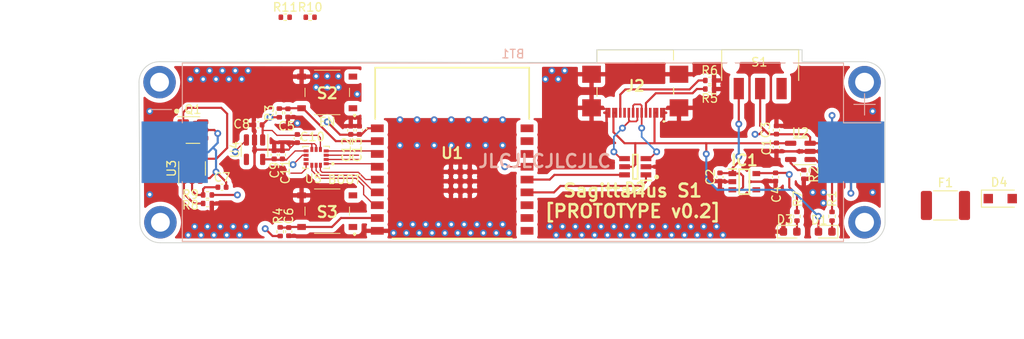
<source format=kicad_pcb>
(kicad_pcb (version 20211014) (generator pcbnew)
  (layers (0 "F.Cu" signal) (1 "In1.Cu" signal) (2 "In2.Cu" signal) (31 "B.Cu" signal) (34 "B.Paste" user) (35 "F.Paste" user) (36 "B.SilkS" user "B.Silkscreen") (37 "F.SilkS" user "F.Silkscreen") (38 "B.Mask" user) (39 "F.Mask" user) (44 "Edge.Cuts" user))
  (net 0 "")
  (net 1 "+5V")
  (net 2 "SW_P")
  (net 3 "+3.3V")
  (net 4 "EN")
  (net 5 "P+")
  (net 6 "Net-(D1-Pad1)")
  (net 7 "GPIO18")
  (net 8 "USB_DN")
  (net 9 "USB_DP")
  (net 10 "GPIO19")
  (net 12 "CC1")
  (net 14 "CC2")
  (net 16 "STAT")
  (net 17 "Net-(R2-Pad1)")
  (net 18 "Net-(BT1-Pad2)")
  (net 19 "INT1")
  (net 20 "INT2")
  (net 21 "SDO")
  (net 25 "GPIO2")
  (net 27 "Net-(D3-Pad2)")
  (net 33 "GND")
  (net 34 "Net-(C7-Pad1)")
  (net 35 "Net-(Q1-Pad1)")
  (net 36 "Net-(Q1-Pad3)")
  (net 37 "Net-(Q1-Pad4)")
  (net 38 "Net-(R8-Pad1)")
  (net 39 "+1V8")
  (net 41 "CS")
  (net 42 "SCL")
  (net 43 "SDA")
  (net 44 "unconnected-(U5-Pad2)")
  (net 45 "unconnected-(U5-Pad3)")
  (net 47 "unconnected-(U5-Pad11)")
  (net 48 "GPIO9")
  (net 50 "Net-(BT1-Pad1)")
  (footprint "Capacitor_SMD:C_0402_1005Metric" (layer "F.Cu") (at 87.25 105.1 90)
    (fp_text reference "C11")
    (fp_text value "100nF")
  )
  (footprint "LED_SMD:LED_0603_1608Metric" (layer "F.Cu") (at 146.6 114.1)
    (fp_text reference "D3")
    (fp_text value "LED")
  )
  (footprint "Resistor_SMD:R_0402_1005Metric" (layer "F.Cu") (at 86.9 100.2 90)
    (fp_text reference "R3")
    (fp_text value "5k1")
  )
  (footprint "LED_SMD:LED_0603_1608Metric" (layer "F.Cu") (at 150.7 114.1 180)
    (fp_text reference "D1")
    (fp_text value "LED")
  )
  (footprint "Resistor_SMD:R_0402_1005Metric" (layer "F.Cu") (at 90.5 89)
    (fp_text reference "R10")
    (fp_text value "5k1")
  )
  (footprint "MountingHole:MountingHole_2.2mm_M2_DIN965_Pad_TopBottom" (layer "F.Cu") (at 155.3 113)
    (fp_text reference "REF**")
    (fp_text value "MountingHole_2.2mm_M2_DIN965_Pad_TopBottom")
  )
  (footprint "Capacitor_SMD:C_0402_1005Metric" (layer "F.Cu") (at 138.4 107.7 90)
    (fp_text reference "C2")
    (fp_text value "10uF")
  )
  (footprint "MountingHole:MountingHole_2.2mm_M2_DIN965_Pad_TopBottom" (layer "F.Cu") (at 155.3 96.6)
    (fp_text reference "REF**")
    (fp_text value "MountingHole_2.2mm_M2_DIN965_Pad_TopBottom")
  )
  (footprint "Capacitor_SMD:C_0402_1005Metric" (layer "F.Cu") (at 145 102.2 -90)
    (fp_text reference "C3")
    (fp_text value "4.7uF")
  )
  (footprint "Torex:SOT95P280X130-5N" (layer "F.Cu") (at 141.25 108.25)
    (fp_text reference "IC1")
    (fp_text value "XC6220B331MR-G" hide)
  )
  (footprint "Resistor_SMD:R_0402_1005Metric" (layer "F.Cu") (at 78.5 110.8)
    (fp_text reference "R8")
    (fp_text value "2k7")
  )
  (footprint "MountingHole:MountingHole_2.2mm_M2_DIN965_Pad_TopBottom" (layer "F.Cu") (at 72.9 96.6)
    (fp_text reference "REF**")
    (fp_text value "MountingHole_2.2mm_M2_DIN965_Pad_TopBottom")
  )
  (footprint "MountingHole:MountingHole_2.2mm_M2_DIN965_Pad_TopBottom" (layer "F.Cu") (at 73 113)
    (fp_text reference "REF**")
    (fp_text value "MountingHole_2.2mm_M2_DIN965_Pad_TopBottom")
  )
  (footprint "CK:PTS526SM15SMTR2LFS" (layer "F.Cu") (at 92.5 97.8 180)
    (fp_text reference "S2")
    (fp_text value "PTS526_SM15_SMTR2_LFS" hide)
  )
  (footprint "Resistor_SMD:R_0402_1005Metric" (layer "F.Cu") (at 137.2 96.4)
    (fp_text reference "R6")
    (fp_text value "5k1")
  )
  (footprint "Resistor_SMD:R_0402_1005Metric" (layer "F.Cu") (at 147.4 112.3 -90)
    (fp_text reference "R7")
    (fp_text value "470")
  )
  (footprint "Capacitor_SMD:C_0402_1005Metric" (layer "F.Cu") (at 86.3 105.1 90)
    (fp_text reference "C9")
    (fp_text value "1uF")
  )
  (footprint "OCT:USB4110GFA" (layer "F.Cu") (at 128.5 96.5 180)
    (fp_text reference "J2")
    (fp_text value "USB4110-GF-A" hide)
  )
  (footprint "Resistor_SMD:R_0402_1005Metric" (layer "F.Cu") (at 137.2 97.4)
    (fp_text reference "R5")
    (fp_text value "5k1")
  )
  (footprint "Resistor_SMD:R_0402_1005Metric" (layer "F.Cu") (at 148.2 107.4 -90)
    (fp_text reference "R2")
    (fp_text value "2k")
  )
  (footprint "Fuse:Fuse_1812_4532Metric_Pad1.30x3.40mm_HandSolder" (layer "F.Cu") (at 164.755 111.03)
    (fp_text reference "F1")
    (fp_text value "1A")
  )
  (footprint "Capacitor_SMD:C_0402_1005Metric" (layer "F.Cu") (at 96.25 102.23 90)
    (fp_text reference "C13")
    (fp_text value "100nF")
  )
  (footprint "Package_TO_SOT_SMD:SOT-23-5" (layer "F.Cu") (at 147.8 104.7 180)
    (fp_text reference "U2")
    (fp_text value "MCP73832-2-OT")
  )
  (footprint "onsemi:SOT95P280X145-6N" (layer "F.Cu") (at 128.5 106.5 180)
    (fp_text reference "D2")
    (fp_text value "CM1231-02SO" hide)
  )
  (footprint "Resistor_SMD:R_0402_1005Metric" (layer "F.Cu") (at 78.5 109.8)
    (fp_text reference "R9")
    (fp_text value "330")
  )
  (footprint "Capacitor_SMD:C_0402_1005Metric" (layer "F.Cu") (at 95.25 102.23 90)
    (fp_text reference "C12")
    (fp_text value "10uF")
  )
  (footprint "Packages:LGA-14L 2.5 x 3.0" (layer "F.Cu") (at 91.2 105.4 180)
    (fp_text reference "U5")
    (fp_text value "LSM6DSV16X")
  )
  (footprint "Capacitor_SMD:C_0402_1005Metric" (layer "F.Cu") (at 88 114.1 -90)
    (fp_text reference "C6")
    (fp_text value "0.1uF")
  )
  (footprint "Diode_SMD:D_SOD-123F" (layer "F.Cu") (at 171.16 110.23)
    (fp_text reference "D4")
    (fp_text value "2A")
  )
  (footprint "Resistor_SMD:R_0402_1005Metric" (layer "F.Cu") (at 87 114.1 90)
    (fp_text reference "R4")
    (fp_text value "5k1")
  )
  (footprint "Capacitor_SMD:C_0402_1005Metric" (layer "F.Cu") (at 84.4 101.6 180)
    (fp_text reference "C8")
    (fp_text value "1uF")
  )
  (footprint "Espressif:ESP32C3WROOM02H4" (layer "F.Cu") (at 97.6 114.9)
    (fp_text reference "U1")
    (fp_text value "ESP32-C3-WROOM-02-H4" hide)
  )
  (footprint "CK:SW_JS102011SAQN" (layer "F.Cu") (at 143.1 94.6 180)
    (fp_text reference "S1")
    (fp_text value "JS102011SAQN")
  )
  (footprint "Capacitor_SMD:C_0402_1005Metric" (layer "F.Cu") (at 80.2 108.9)
    (fp_text reference "C7")
    (fp_text value "100nF")
  )
  (footprint "Package_TO_SOT_SMD:SOT-23-5" (layer "F.Cu") (at 76.7 106.7 90)
    (fp_text reference "U3")
    (fp_text value "AP9101CK")
  )
  (footprint "Capacitor_SMD:C_0402_1005Metric" (layer "F.Cu") (at 145 104.2 90)
    (fp_text reference "C1")
    (fp_text value "4.7uF")
  )
  (footprint "Capacitor_SMD:C_0402_1005Metric" (layer "F.Cu") (at 89 103.2 90)
    (fp_text reference "C10")
    (fp_text value "100nF")
  )
  (footprint "Capacitor_SMD:C_0402_1005Metric" (layer "F.Cu") (at 87.9 100.2 -90)
    (fp_text reference "C5")
    (fp_text value "0.1uF")
  )
  (footprint "Package_TO_SOT_SMD:SOT-23-6" (layer "F.Cu") (at 76.8 102.2)
    (fp_text reference "Q1")
    (fp_text value "DMN2053UVT-7")
  )
  (footprint "Capacitor_SMD:C_0402_1005Metric" (layer "F.Cu") (at 144.9 107.7 -90)
    (fp_text reference "C4")
    (fp_text value "10uF")
  )
  (footprint "Package_TO_SOT_SMD:SOT-23-5" (layer "F.Cu") (at 84 104.5 -90)
    (fp_text reference "U4")
    (fp_text value "MIC5504-1.8YM5")
  )
  (footprint "Resistor_SMD:R_0402_1005Metric" (layer "F.Cu") (at 151.5 112.3 90)
    (fp_text reference "R1")
    (fp_text value "470")
  )
  (footprint "CK:PTS526SM15SMTR2LFS" (layer "F.Cu") (at 92.5 111.7 180)
    (fp_text reference "S3")
    (fp_text value "PTS526_SM15_SMTR2_LFS" hide)
  )
  (footprint "Resistor_SMD:R_0402_1005Metric" (layer "F.Cu") (at 87.59 89)
    (fp_text reference "R11")
    (fp_text value "5k1")
  )
  (footprint "Battery:BatteryHolder_Keystone_1042_1x18650" (layer "B.Cu") (at 114.2 104.8 180)
    (fp_text reference "BT1")
    (fp_text value "Battery_Cell")
  )
  (gr_circle (center 74.9 100) (end 75.123607 100) (layer "F.SilkS") (width 0.15) (fill solid))
  (gr_circle (center 131 107.7) (end 131.2 107.7) (layer "F.SilkS") (width 0.15) (fill solid))
  (gr_line (start 124 92.8) (end 124 94.3) (layer "Edge.Cuts") (width 0.1))
  (gr_arc (start 73 115.4) (mid 71.302944 114.697056) (end 70.6 113) (layer "Edge.Cuts") (width 0.1))
  (gr_line (start 148 92.8) (end 148 94.2) (layer "Edge.Cuts") (width 0.1))
  (gr_line (start 124 94.3) (end 72.9 94.2) (layer "Edge.Cuts") (width 0.1))
  (gr_arc (start 157.7 113) (mid 156.997056 114.697056) (end 155.3 115.4) (layer "Edge.Cuts") (width 0.1))
  (gr_arc (start 70.5 96.6) (mid 71.202944 94.902944) (end 72.9 94.2) (layer "Edge.Cuts") (width 0.1))
  (gr_arc (start 155.3 94.2) (mid 156.997056 94.902944) (end 157.7 96.6) (layer "Edge.Cuts") (width 0.1))
  (gr_line (start 70.5 96.6) (end 70.6 113) (layer "Edge.Cuts") (width 0.1))
  (gr_line (start 155.3 115.4) (end 73 115.4) (layer "Edge.Cuts") (width 0.1))
  (gr_line (start 157.7 113) (end 157.7 96.6) (layer "Edge.Cuts") (width 0.1))
  (gr_line (start 124 92.8) (end 148 92.8) (layer "Edge.Cuts") (width 0.1))
  (gr_line (start 148 94.2) (end 155.3 94.2) (layer "Edge.Cuts") (width 0.1))
  (gr_text "JLCJLCJLCJLC" (at 117.9 105.84) (layer "B.SilkS") (effects (font (size 1.5 1.5) (thickness 0.3))))
  (gr_text "Sagittarius S1\n[PROTOTYPE v0.2]" (at 128.2 110.5) (layer "F.SilkS") (effects (font (size 1.5 1.5) (thickness 0.3))))
  (gr_text "EN" (at 92.5 101.25) (layer "F.SilkS") (effects (font (size 1 1))))
  (gr_text "BOOT" (at 94.5 108) (layer "F.SilkS") (effects (font (size 1 1))))
  (segment (start 127.25 103.75) (end 125.95 102.45) (width 0.25) (layer "F.Cu") (net 1))
  (segment (start 128.25 106.5) (end 128.5 106.25) (width 0.25) (layer "F.Cu") (net 1))
  (segment (start 136.8 105) (end 136.8 103.8) (width 0.25) (layer "F.Cu") (net 1))
  (segment (start 130.75 100.178) (end 130.75 103.75) (width 0.25) (layer "F.Cu") (net 1))
  (segment (start 127.25 106.5) (end 128.25 106.5) (width 0.25) (layer "F.Cu") (net 1))
  (segment (start 130.75 103.75) (end 128.5 103.75) (width 0.25) (layer "F.Cu") (net 1))
  (segment (start 136.75 103.75) (end 130.75 103.75) (width 0.25) (layer "F.Cu") (net 1))
  (segment (start 131.05 100.178) (end 130.75 100.178) (width 0.25) (layer "F.Cu") (net 1))
  (segment (start 146.6625 103.75) (end 136.75 103.75) (width 0.25) (layer "F.Cu") (net 1))
  (segment (start 128.5 103.75) (end 127.25 103.75) (width 0.25) (layer "F.Cu") (net 1))
  (segment (start 149.9125 112.3125) (end 149.9 112.3) (width 0.25) (layer "F.Cu") (net 1))
  (segment (start 149.9125 114.1) (end 149.9125 112.3125) (width 0.25) (layer "F.Cu") (net 1))
  (segment (start 125.95 102.45) (end 125.95 100.178) (width 0.25) (layer "F.Cu") (net 1))
  (segment (start 128.5 106.25) (end 128.5 103.75) (width 0.25) (layer "F.Cu") (net 1))
  (segment (start 126.25 100.178) (end 125.95 100.178) (width 0.25) (layer "F.Cu") (net 1))
  (segment (start 136.8 103.8) (end 136.75 103.75) (width 0.25) (layer "F.Cu") (net 1))
  (via (at 136.8 105) (size 0.8) (drill 0.4) (layers "F.Cu" "B.Cu") (net 1))
  (via (at 149.9 112.3) (size 0.8) (drill 0.4) (layers "F.Cu" "B.Cu") (net 1))
  (segment (start 136.8 107.9) (end 136.8 105) (width 0.25) (layer "B.Cu") (net 1))
  (segment (start 138.2 109.2) (end 138.1 109.2) (width 0.25) (layer "B.Cu") (net 1))
  (segment (start 146.8 109.2) (end 138.2 109.2) (width 0.25) (layer "B.Cu") (net 1))
  (segment (start 147.2 109.6) (end 146.8 109.2) (width 0.25) (layer "B.Cu") (net 1))
  (segment (start 138.1 109.2) (end 136.8 107.9) (width 0.25) (layer "B.Cu") (net 1))
  (segment (start 149.9 112.3) (end 147.2 109.6) (width 0.25) (layer "B.Cu") (net 1))
  (segment (start 140.6 105.3) (end 140.6 105.9) (width 0.25) (layer "F.Cu") (net 2))
  (segment (start 139.85 107.3) (end 140.8 107.3) (width 0.25) (layer "F.Cu") (net 2))
  (segment (start 141.1 107.6) (end 141.1 108.9) (width 0.25) (layer "F.Cu") (net 2))
  (segment (start 140.6 105.9) (end 139.9 106.6) (width 0.25) (layer "F.Cu") (net 2))
  (segment (start 138.47 107.25) (end 138.4 107.18) (width 0.25) (layer "F.Cu") (net 2))
  (segment (start 139.9 106.6) (end 139.9 107.25) (width 0.25) (layer "F.Cu") (net 2))
  (segment (start 139.9 107.25) (end 138.47 107.25) (width 0.25) (layer "F.Cu") (net 2))
  (segment (start 140.8 109.2) (end 139.85 109.2) (width 0.25) (layer "F.Cu") (net 2))
  (segment (start 141.1 108.9) (end 140.8 109.2) (width 0.25) (layer "F.Cu") (net 2))
  (segment (start 140.6 97.35) (end 140.6 101.5) (width 0.25) (layer "F.Cu") (net 2))
  (segment (start 140.8 107.3) (end 141.1 107.6) (width 0.25) (layer "F.Cu") (net 2))
  (via (at 140.6 105.3) (size 0.8) (drill 0.4) (layers "F.Cu" "B.Cu") (net 2))
  (via (at 140.6 101.5) (size 0.8) (drill 0.4) (layers "F.Cu" "B.Cu") (net 2))
  (segment (start 140.6 101.5) (end 140.6 105.3) (width 0.25) (layer "B.Cu") (net 2))
  (segment (start 144.9 107.22) (end 146.32 107.22) (width 0.25) (layer "F.Cu") (net 3))
  (segment (start 96.475 102.75) (end 97.225 102) (width 0.25) (layer "F.Cu") (net 3))
  (segment (start 86.05 102.25) (end 84.95 102.25) (width 0.15) (layer "F.Cu") (net 3))
  (segment (start 144.87 107.25) (end 144.9 107.22) (width 0.25) (layer "F.Cu") (net 3))
  (segment (start 86.62 102.82) (end 86.05 102.25) (width 0.15) (layer "F.Cu") (net 3))
  (segment (start 85.81 100.71) (end 85.8 100.7) (width 0.25) (layer "F.Cu") (net 3))
  (segment (start 84.95 102.7625) (end 84.95 102.25) (width 0.25) (layer "F.Cu") (net 3))
  (segment (start 86.11 114.61) (end 85.25 113.75) (width 0.25) (layer "F.Cu") (net 3))
  (segment (start 91.7 104.475) (end 91.7 103.1) (width 0.15) (layer "F.Cu") (net 3))
  (segment (start 142.7 107.25) (end 144.87 107.25) (width 0.25) (layer "F.Cu") (net 3))
  (segment (start 147.4 109.8) (end 146.5 108.9) (width 0.25) (layer "F.Cu") (net 3))
  (segment (start 91.7 103.1) (end 91.42 102.82) (width 0.15) (layer "F.Cu") (net 3))
  (segment (start 91.42 102.82) (end 86.62 102.82) (width 0.15) (layer "F.Cu") (net 3))
  (segment (start 97.225 102) (end 98.35 102) (width 0.25) (layer "F.Cu") (net 3))
  (segment (start 84.95 102.25) (end 84.95 101.55) (width 0.25) (layer "F.Cu") (net 3))
  (segment (start 86.9 100.71) (end 85.81 100.71) (width 0.25) (layer "F.Cu") (net 3))
  (segment (start 87 114.61) (end 86.11 114.61) (width 0.25) (layer "F.Cu") (net 3))
  (segment (start 92.5 101.25) (end 94 102.75) (width 0.25) (layer "F.Cu") (net 3))
  (segment (start 94 102.75) (end 96.475 102.75) (width 0.25) (layer "F.Cu") (net 3))
  (segment (start 84.95 101.55) (end 85.8 100.7) (width 0.25) (layer "F.Cu") (net 3))
  (segment (start 147.4 111.79) (end 147.4 109.8) (width 0.25) (layer "F.Cu") (net 3))
  (segment (start 146.5 108.9) (end 146.5 107.4) (width 0.25) (layer "F.Cu") (net 3))
  (segment (start 146.32 107.22) (end 146.5 107.4) (width 0.25) (layer "F.Cu") (net 3))
  (via (at 92.5 101.25) (size 0.8) (drill 0.4) (layers "F.Cu" "B.Cu") (net 3))
  (via (at 85.25 113.75) (size 0.8) (drill 0.4) (layers "F.Cu" "B.Cu") (net 3))
  (via (at 85.8 100.7) (size 0.8) (drill 0.4) (layers "F.Cu" "B.Cu") (net 3))
  (via (at 146.5 107.4) (size 0.8) (drill 0.4) (layers "F.Cu" "B.Cu") (net 3))
  (segment (start 86.9 99.69) (end 87.87 99.69) (width 0.25) (layer "F.Cu") (net 4))
  (segment (start 89.65 99.65) (end 93.5 103.5) (width 0.25) (layer "F.Cu") (net 4))
  (segment (start 89.5 99.65) (end 87.97 99.65) (width 0.25) (layer "F.Cu") (net 4))
  (segment (start 87.97 99.65) (end 87.9 99.72) (width 0.25) (layer "F.Cu") (net 4))
  (segment (start 89.5 99.65) (end 89.65 99.65) (width 0.25) (layer "F.Cu") (net 4))
  (segment (start 93.5 103.5) (end 98.35 103.5) (width 0.25) (layer "F.Cu") (net 4))
  (segment (start 87.87 99.69) (end 87.9 99.72) (width 0.25) (layer "F.Cu") (net 4))
  (segment (start 143.1 97.35) (end 143.1 101.7) (width 0.25) (layer "F.Cu") (net 5))
  (segment (start 143.1 101.7) (end 143.55 102.15) (width 0.25) (layer "F.Cu") (net 5))
  (segment (start 143.55 102.15) (end 143 102.7) (width 0.25) (layer "F.Cu") (net 5))
  (segment (start 148.9375 103.0375) (end 148.9375 103.75) (width 0.25) (layer "F.Cu") (net 5))
  (segment (start 82 109.8) (end 79.01 109.8) (width 0.25) (layer "F.Cu") (net 5))
  (segment (start 148.6 102.7) (end 148.9375 103.0375) (width 0.25) (layer "F.Cu") (net 5))
  (segment (start 143.55 102.15) (end 144.1 102.7) (width 0.25) (layer "F.Cu") (net 5))
  (segment (start 151.5 104.6) (end 153.7 106.8) (width 0.25) (layer "F.Cu") (net 5))
  (segment (start 151.5 102.6) (end 151.5 100.5) (width 0.25) (layer "F.Cu") (net 5))
  (segment (start 148.9375 103.75) (end 150.65 103.75) (width 0.25) (layer "F.Cu") (net 5))
  (segment (start 144.1 102.7) (end 148.6 102.7) (width 0.25) (layer "F.Cu") (net 5))
  (segment (start 143 102.7) (end 142.5 102.7) (width 0.25) (layer "F.Cu") (net 5))
  (segment (start 151.2 102.9) (end 151.5 102.6) (width 0.25) (layer "F.Cu") (net 5))
  (segment (start 148.9375 103.75) (end 150.35 103.75) (width 0.25) (layer "F.Cu") (net 5))
  (segment (start 150.35 103.75) (end 151.2 102.9) (width 0.25) (layer "F.Cu") (net 5))
  (segment (start 153.7 106.8) (end 153.7 109.6) (width 0.25) (layer "F.Cu") (net 5))
  (segment (start 150.65 103.75) (end 151.5 104.6) (width 0.25) (layer "F.Cu") (net 5))
  (via (at 151.5 100.5) (size 0.8) (drill 0.4) (layers "F.Cu" "B.Cu") (net 5))
  (via (at 82 109.8) (size 0.8) (drill 0.4) (layers "F.Cu" "B.Cu") (net 5))
  (via (at 142.5 102.7) (size 0.8) (drill 0.4) (layers "F.Cu" "B.Cu") (net 5))
  (via (at 153.7 109.6) (size 0.8) (drill 0.4) (layers "F.Cu" "B.Cu") (net 5))
  (segment (start 151.5 102.57) (end 153.73 104.8) (width 0.25) (layer "B.Cu") (net 5))
  (segment (start 151.5 100.5) (end 151.5 102.57) (width 0.25) (layer "B.Cu") (net 5))
  (segment (start 153.73 109.57) (end 153.73 104.8) (width 0.25) (layer "B.Cu") (net 5))
  (segment (start 153.7 109.6) (end 153.73 109.57) (width 0.25) (layer "B.Cu") (net 5))
  (segment (start 151.5 112.81) (end 151.5 114.0875) (width 0.25) (layer "F.Cu") (net 6))
  (segment (start 151.5 114.0875) (end 151.4875 114.1) (width 0.25) (layer "F.Cu") (net 6))
  (segment (start 119 109.5) (end 115.85 109.5) (width 0.25) (layer "F.Cu") (net 7))
  (segment (start 129.25 108.75) (end 119.75 108.75) (width 0.25) (layer "F.Cu") (net 7))
  (segment (start 129.75 107.45) (end 129.75 108.25) (width 0.25) (layer "F.Cu") (net 7))
  (segment (start 119.75 108.75) (end 119 109.5) (width 0.25) (layer "F.Cu") (net 7))
  (segment (start 129.75 108.25) (end 129.25 108.75) (width 0.25) (layer "F.Cu") (net 7))
  (segment (start 130.2 105.55) (end 131 104.75) (width 0.2) (layer "F.Cu") (net 8))
  (segment (start 129.1 99.2) (end 128.4 99.2) (width 0.2) (layer "F.Cu") (net 8))
  (segment (start 128.25 99.35) (end 128.25 100.178) (width 0.2) (layer "F.Cu") (net 8))
  (segment (start 129.25 101.9755) (end 129.25 100.178) (width 0.2) (layer "F.Cu") (net 8))
  (segment (start 128.4 99.2) (end 128.25 99.35) (width 0.2) (layer "F.Cu") (net 8))
  (segment (start 129.25 99.35) (end 129.1 99.2) (width 0.2) (layer "F.Cu") (net 8))
  (segment (start 129.75 105.55) (end 130.2 105.55) (width 0.2) (layer "F.Cu") (net 8))
  (segment (start 129.25 100.178) (end 129.25 99.35) (width 0.2) (layer "F.Cu") (net 8))
  (via (at 131 104.75) (size 0.8) (drill 0.4) (layers "F.Cu" "B.Cu") (net 8))
  (via (at 129.25 101.9755) (size 0.8) (drill 0.4) (layers "F.Cu" "B.Cu") (net 8))
  (segment (start 131 104.75) (end 129.25 103) (width 0.2) (layer "B.Cu") (net 8))
  (segment (start 129.25 103) (end 129.25 101.9755) (width 0.2) (layer "B.Cu") (net 8))
  (segment (start 128.75 101.05) (end 128.75 100.178) (width 0.2) (layer "F.Cu") (net 9))
  (segment (start 127.75 100.178) (end 127.75 101.05) (width 0.2) (layer "F.Cu") (net 9))
  (segment (start 127.75 101.05) (end 127.85 101.15) (width 0.2) (layer "F.Cu") (net 9))
  (segment (start 127.9 101.2) (end 128.6 101.2) (width 0.2) (layer "F.Cu") (net 9))
  (segment (start 127 101.9755) (end 127.8255 101.15) (width 0.2) (layer "F.Cu") (net 9))
  (segment (start 128.6 101.2) (end 128.75 101.05) (width 0.2) (layer "F.Cu") (net 9))
  (segment (start 127.8255 101.15) (end 127.85 101.15) (width 0.2) (layer "F.Cu") (net 9))
  (segment (start 126.8 105.55) (end 126 104.75) (width 0.2) (layer "F.Cu") (net 9))
  (segment (start 127.85 101.15) (end 127.9 101.2) (width 0.2) (layer "F.Cu") (net 9))
  (segment (start 127.25 105.55) (end 126.8 105.55) (width 0.2) (layer "F.Cu") (net 9))
  (via (at 127 101.9755) (size 0.8) (drill 0.4) (layers "F.Cu" "B.Cu") (net 9))
  (via (at 126 104.75) (size 0.8) (drill 0.4) (layers "F.Cu" "B.Cu") (net 9))
  (segment (start 126 104.75) (end 126 102.9755) (width 0.2) (layer "B.Cu") (net 9))
  (segment (start 126 102.9755) (end 127 101.9755) (width 0.2) (layer "B.Cu") (net 9))
  (segment (start 118.5 108) (end 115.85 108) (width 0.25) (layer "F.Cu") (net 10))
  (segment (start 127.25 107.45) (end 119.05 107.45) (width 0.25) (layer "F.Cu") (net 10))
  (segment (start 119.05 107.45) (end 118.5 108) (width 0.25) (layer "F.Cu") (net 10))
  (segment (start 129.75 99.05) (end 130.9 97.9) (width 0.25) (layer "F.Cu") (net 12))
  (segment (start 135.2 97.9) (end 135.7 97.4) (width 0.25) (layer "F.Cu") (net 12))
  (segment (start 135.7 97.4) (end 136.69 97.4) (width 0.25) (layer "F.Cu") (net 12))
  (segment (start 130.9 97.9) (end 135.2 97.9) (width 0.25) (layer "F.Cu") (net 12))
  (segment (start 129.75 100.178) (end 129.75 99.05) (width 0.25) (layer "F.Cu") (net 12))
  (segment (start 127.35 97.45) (end 134.85 97.45) (width 0.25) (layer "F.Cu") (net 14))
  (segment (start 126.75 100.178) (end 126.75 98.05) (width 0.25) (layer "F.Cu") (net 14))
  (segment (start 126.75 98.05) (end 127.35 97.45) (width 0.25) (layer "F.Cu") (net 14))
  (segment (start 134.85 97.45) (end 135.9 96.4) (width 0.25) (layer "F.Cu") (net 14))
  (segment (start 135.9 96.4) (end 136.69 96.4) (width 0.25) (layer "F.Cu") (net 14))
  (segment (start 149.55 105.65) (end 151.5 107.6) (width 0.25) (layer "F.Cu") (net 16))
  (segment (start 148.9375 105.65) (end 149.55 105.65) (width 0.25) (layer "F.Cu") (net 16))
  (segment (start 151.5 107.6) (end 151.5 111.79) (width 0.25) (layer "F.Cu") (net 16))
  (segment (start 146.6625 105.65) (end 146.6625 106.0625) (width 0.25) (layer "F.Cu") (net 17))
  (segment (start 146.6625 106.0625) (end 147.49 106.89) (width 0.25) (layer "F.Cu") (net 17))
  (segment (start 147.49 106.89) (end 148.2 106.89) (width 0.25) (layer "F.Cu") (net 17))
  (segment (start 77.9375 102.2) (end 79.3 102.2) (width 0.25) (layer "F.Cu") (net 18))
  (segment (start 78.7625 107.8375) (end 79.5 107.1) (width 0.25) (layer "F.Cu") (net 18))
  (segment (start 77.65 107.8375) (end 78.7625 107.8375) (width 0.25) (layer "F.Cu") (net 18))
  (segment (start 79.3 102.2) (end 79.7 102.6) (width 0.25) (layer "F.Cu") (net 18))
  (segment (start 80.68 108.9) (end 80.68 108.28) (width 0.25) (layer "F.Cu") (net 18))
  (segment (start 80.68 108.28) (end 79.5 107.1) (width 0.25) (layer "F.Cu") (net 18))
  (via (at 79.5 107.1) (size 0.8) (drill 0.4) (layers "F.Cu" "B.Cu") (net 18))
  (via (at 79.7 102.6) (size 0.8) (drill 0.4) (layers "F.Cu" "B.Cu") (net 18))
  (segment (start 79.7 102.6) (end 79.7 103.7) (width 0.25) (layer "B.Cu") (net 18))
  (segment (start 79.5 104.6) (end 79.15 104.25) (width 0.25) (layer "B.Cu") (net 18))
  (segment (start 78.6 104.8) (end 74.87 104.8) (width 0.25) (layer "B.Cu") (net 18))
  (segment (start 79.15 104.25) (end 78.6 104.8) (width 0.25) (layer "B.Cu") (net 18))
  (segment (start 79.7 103.7) (end 79.15 104.25) (width 0.25) (layer "B.Cu") (net 18))
  (segment (start 79.5 107.1) (end 79.5 104.6) (width 0.25) (layer "B.Cu") (net 18))
  (segment (start 98 104.65) (end 98.35 105) (width 0.15) (layer "F.Cu") (net 19))
  (segment (start 92.375 104.65) (end 98 104.65) (width 0.15) (layer "F.Cu") (net 19))
  (segment (start 113.25 106.5) (end 115.85 106.5) (width 0.15) (layer "F.Cu") (net 20))
  (segment (start 89.6 105.15) (end 88.5 106.25) (width 0.15) (layer "F.Cu") (net 20))
  (segment (start 90.025 105.15) (end 89.6 105.15) (width 0.15) (layer "F.Cu") (net 20))
  (via (at 113.25 106.5) (size 0.8) (drill 0.4) (layers "F.Cu" "B.Cu") (net 20))
  (via (at 88.5 106.25) (size 0.8) (drill 0.4) (layers "F.Cu" "B.Cu") (net 20))
  (segment (start 92.375 106.15) (end 98 106.15) (width 0.15) (layer "F.Cu") (net 21))
  (segment (start 98 106.15) (end 98.35 106.5) (width 0.15) (layer "F.Cu") (net 21))
  (segment (start 83.05 103.3625) (end 81.75 104.6625) (width 0.15) (layer "F.Cu") (net 25))
  (segment (start 81.75 104.6625) (end 81.75 104.75) (width 0.15) (layer "F.Cu") (net 25))
  (via (at 81.75 104.75) (size 0.8) (drill 0.4) (layers "F.Cu" "B.Cu") (net 25))
  (segment (start 147.4 112.81) (end 147.4 114.0875) (width 0.25) (layer "F.Cu") (net 27))
  (segment (start 147.4 114.0875) (end 147.3875 114.1) (width 0.25) (layer "F.Cu") (net 27))
  (segment (start 88 104.5) (end 84.2 104.5) (width 0.25) (layer "F.Cu") (net 33))
  (segment (start 91.2 104) (end 91.2 104.475) (width 0.15) (layer "F.Cu") (net 33))
  (segment (start 88.7 103.8) (end 90.6 103.8) (width 0.15) (layer "F.Cu") (net 33))
  (segment (start 88 104.5) (end 88.7 103.8) (width 0.15) (layer "F.Cu") (net 33))
  (segment (start 90.7 104.475) (end 90.7 103.9) (width 0.15) (layer "F.Cu") (net 33))
  (segment (start 90.6 103.8) (end 91 103.8) (width 0.15) (layer "F.Cu") (net 33))
  (segment (start 91 103.8) (end 91.2 104) (width 0.15) (layer "F.Cu") (net 33))
  (segment (start 90.7 103.9) (end 90.6 103.8) (width 0.15) (layer "F.Cu") (net 33))
  (via (at 150.5 109.5) (size 0.8) (drill 0.4) (layers "F.Cu" "B.Cu") (net 33))
  (via (at 156.25 100) (size 0.8) (drill 0.4) (layers "F.Cu" "B.Cu") (net 33))
  (via (at 78.5 113.5) (size 0.8) (drill 0.4) (layers "F.Cu" "B.Cu") (net 33))
  (via (at 109 101) (size 0.8) (drill 0.4) (layers "F.Cu" "B.Cu") (net 33))
  (via (at 105.5 113.25) (size 0.8) (drill 0.4) (layers "F.Cu" "B.Cu") (net 33))
  (via (at 102.5 113.25) (size 0.8) (drill 0.4) (layers "F.Cu" "B.Cu") (net 33))
  (via (at 119.25 114.5) (size 0.8) (drill 0.4) (layers "F.Cu" "B.Cu") (net 33))
  (via (at 124.5 113.5) (size 0.8) (drill 0.4) (layers "F.Cu" "B.Cu") (net 33))
  (via (at 156.25 109.5) (size 0.8) (drill 0.4) (layers "F.Cu" "B.Cu") (net 33))
  (via (at 105 104) (size 0.8) (drill 0.4) (layers "F.Cu" "B.Cu") (net 33))
  (via (at 109.25 114.25) (size 0.8) (drill 0.4) (layers "F.Cu" "B.Cu") (net 33))
  (via (at 107 113.25) (size 0.8) (drill 0.4) (layers "F.Cu" "B.Cu") (net 33))
  (via (at 120.75 114.5) (size 0.8) (drill 0.4) (layers "F.Cu" "B.Cu") (net 33))
  (via (at 126 113.5) (size 0.8) (drill 0.4) (layers "F.Cu" "B.Cu") (net 33))
  (via (at 82.5 96.25) (size 0.8) (drill 0.4) (layers "F.Cu" "B.Cu") (net 33))
  (via (at 103 104) (size 0.8) (drill 0.4) (layers "F.Cu" "B.Cu") (net 33))
  (via (at 120.25 95.25) (size 0.8) (drill 0.4) (layers "F.Cu" "B.Cu") (net 33))
  (via (at 113.75 114.25) (size 0.8) (drill 0.4) (layers "F.Cu" "B.Cu") (net 33))
  (via (at 103 101) (size 0.8) (drill 0.4) (layers "F.Cu" "B.Cu") (net 33))
  (via (at 101.75 114.25) (size 0.8) (drill 0.4) (layers "F.Cu" "B.Cu") (net 33))
  (via (at 111 104) (size 0.8) (drill 0.4) (layers "F.Cu" "B.Cu") (net 33))
  (via (at 111 101) (size 0.8) (drill 0.4) (layers "F.Cu" "B.Cu") (net 33))
  (via (at 118 96.25) (size 0.8) (drill 0.4) (layers "F.Cu" "B.Cu") (net 33))
  (via (at 150.5 110.75) (size 0.8) (drill 0.4) (layers "F.Cu" "B.Cu") (net 33))
  (via (at 92.5 97.2) (size 0.8) (drill 0.4) (layers "F.Cu" "B.Cu") (net 33))
  (via (at 109 104) (size 0.8) (drill 0.4) (layers "F.Cu" "B.Cu") (net 33))
  (via (at 118.5 113.5) (size 0.8) (drill 0.4) (layers "F.Cu" "B.Cu") (net 33))
  (via (at 128.25 114.5) (size 0.8) (drill 0.4) (layers "F.Cu" "B.Cu") (net 33))
  (via (at 103.25 114.25) (size 0.8) (drill 0.4) (layers "F.Cu" "B.Cu") (net 33))
  (via (at 149.25 109.5) (size 0.8) (drill 0.4) (layers "F.Cu" "B.Cu") (net 33))
  (via (at 91.2 97.2) (size 0.8) (drill 0.4) (layers "F.Cu" "B.Cu") (net 33))
  (via (at 101 101) (size 0.8) (drill 0.4) (layers "F.Cu" "B.Cu") (net 33))
  (via (at 101 104) (size 0.8) (drill 0.4) (layers "F.Cu" "B.Cu") (net 33))
  (via (at 123.75 114.5) (size 0.8) (drill 0.4) (layers "F.Cu" "B.Cu") (net 33))
  (via (at 122.25 114.5) (size 0.8) (drill 0.4) (layers "F.Cu" "B.Cu") (net 33))
  (via (at 113 104) (size 0.8) (drill 0.4) (layers "F.Cu" "B.Cu") (net 33))
  (via (at 138.75 114.5) (size 0.8) (drill 0.4) (layers "F.Cu" "B.Cu") (net 33))
  (via (at 118.75 95.25) (size 0.8) (drill 0.4) (layers "F.Cu" "B.Cu") (net 33))
  (via (at 100.25 114.25) (size 0.8) (drill 0.4) (layers "F.Cu" "B.Cu") (net 33))
  (via (at 111.5 113.25) (size 0.8) (drill 0.4) (layers "F.Cu" "B.Cu") (net 33))
  (via (at 107 104) (size 0.8) (drill 0.4) (layers "F.Cu" "B.Cu") (net 33))
  (via (at 83.25 95.25) (size 0.8) (drill 0.4) (layers "F.Cu" "B.Cu") (net 33))
  (via (at 82.25 114.5) (size 0.8) (drill 0.4) (layers "F.Cu" "B.Cu") (net 33))
  (via (at 113 101) (size 0.8) (drill 0.4) (layers "F.Cu" "B.Cu") (net 33))
  (via (at 132 113.5) (size 0.8) (drill 0.4) (layers "F.Cu" "B.Cu") (net 33))
  (via (at 135 113.5) (size 0.8) (drill 0.4) (layers "F.Cu" "B.Cu") (net 33))
  (via (at 77.25 95.25) (size 0.8) (drill 0.4) (layers "F.Cu" "B.Cu") (net 33))
  (via (at 132.75 114.5) (size 0.8) (drill 0.4) (layers "F.Cu" "B.Cu") (net 33))
  (via (at 138 113.5) (size 0.8) (drill 0.4) (layers "F.Cu" "B.Cu") (net 33))
  (via (at 108.5 113.25) (size 0.8) (drill 0.4) (layers "F.Cu" "B.Cu") (net 33))
  (via (at 125.25 114.5) (size 0.8) (drill 0.4) (layers "F.Cu" "B.Cu") (net 33))
  (via (at 79.5 96.25) (size 0.8) (drill 0.4) (layers "F.Cu" "B.Cu") (net 33))
  (via (at 104 113.25) (size 0.8) (drill 0.4) (layers "F.Cu" "B.Cu") (net 33))
  (via (at 81.75 95.25) (size 0.8) (drill 0.4) (layers "F.Cu" "B.Cu") (net 33))
  (via (at 123 113.5) (size 0.8) (drill 0.4) (layers "F.Cu" "B.Cu") (net 33))
  (via (at 133.5 113.5) (size 0.8) (drill 0.4) (layers "F.Cu" "B.Cu") (net 33))
  (via (at 110 113.25) (size 0.8) (drill 0.4) (layers "F.Cu" "B.Cu") (net 33))
  (via (at 121.5 113.5) (size 0.8) (drill 0.4) (layers "F.Cu" "B.Cu") (net 33))
  (via (at 77.75 114.5) (size 0.8) (drill 0.4) (layers "F.Cu" "B.Cu") (net 33))
  (via (at 119.5 96.25) (size 0.8) (drill 0.4) (layers "F.Cu" "B.Cu") (net 33))
  (via (at 110.75 114.25) (size 0.8) (drill 0.4) (layers "F.Cu" "B.Cu") (net 33))
  (via (at 106.25 114.25) (size 0.8) (drill 0.4) (layers "F.Cu" "B.Cu") (net 33))
  (via (at 129 113.5) (size 0.8) (drill 0.4) (layers "F.Cu" "B.Cu") (net 33))
  (via (at 126.75 114.5) (size 0.8) (drill 0.4) (layers "F.Cu" "B.Cu") (net 33))
  (via (at 78.75 95.25) (size 0.8) (drill 0.4) (layers "F.Cu" "B.Cu") (net 33))
  (via (at 71.75 100) (size 0.8) (drill 0.4) (layers "F.Cu" "B.Cu") (net 33))
  (via (at 80.75 114.5) (size 0.8) (drill 0.4) (layers "F.Cu" "B.Cu") (net 33))
  (via (at 93.8 97.2) (size 0.8) (drill 0.4) (layers "F.Cu" "B.Cu") (net 33))
  (via (at 80.25 95.25) (size 0.8) (drill 0.4) (layers "F.Cu" "B.Cu") (net 33))
  (via (at 104.75 114.25) (size 0.8) (drill 0.4) (layers "F.Cu" "B.Cu") (net 33))
  (via (at 83 113.5) (size 0.8) (drill 0.4) (layers "F.Cu" "B.Cu") (net 33))
  (via (at 137.25 114.5) (size 0.8) (drill 0.4) (layers "F.Cu" "B.Cu") (net 33))
  (via (at 96 98) (size 0.8) (drill 0.4) (layers "F.Cu" "B.Cu") (net 33))
  (via (at 107 101) (size 0.8) (drill 0.4) (layers "F.Cu" "B.Cu") (net 33))
  (via (at 71.75 109.75) (size 0.8) (drill 0.4) (layers "F.Cu" "B.Cu") (net 33))
  (via (at 78 96.25) (size 0.8) (drill 0.4) (layers "F.Cu" "B.Cu") (net 33))
  (via (at 136.5 113.5) (size 0.8) (drill 0.4) (layers "F.Cu" "B.Cu") (net 33))
  (via (at 81.5 113.5) (size 0.8) (drill 0.4) (layers "F.Cu" "B.Cu") (net 33))
  (via (at 130.5 113.5) (size 0.8) (drill 0.4) (layers "F.Cu" "B.Cu") (net 33))
  (via (at 89 101.4) (size 0.8) (drill 0.4) (layers "F.Cu" "B.Cu") (net 33))
  (via (at 93.8 95.9) (size 0.8) (drill 0.4) (layers "F.Cu" "B.Cu") (net 33))
  (via (at 120 113.5) (size 0.8) (drill 0.4) (layers "F.Cu" "B.Cu") (net 33))
  (via (at 134.25 114.5) (size 0.8) (drill 0.4) (layers "F.Cu" "B.Cu") (net 33))
  (via (at 92.5 95.9) (size 0.8) (drill 0.4) (layers "F.Cu" "B.Cu") (net 33))
  (via (at 91.2 95.9) (size 0.8) (drill 0.4) (layers "F.Cu" "B.Cu") (net 33))
  (via (at 80 113.5) (size 0.8) (drill 0.4) (layers "F.Cu" "B.Cu") (net 33))
  (via (at 127.5 113.5) (size 0.8) (drill 0.4) (layers "F.Cu" "B.Cu") (net 33))
  (via (at 135.75 114.5) (size 0.8) (drill 0.4) (layers "F.Cu" "B.Cu") (net 33))
  (via (at 113 113.25) (size 0.8) (drill 0.4) (layers "F.Cu" "B.Cu") (net 33))
  (via (at 112.25 114.25) (size 0.8) (drill 0.4) (layers "F.Cu" "B.Cu") (net 33))
  (via (at 79.25 114.5) (size 0.8) (drill 0.4) (layers "F.Cu" "B.Cu") (net 33))
  (via (at 129.75 114.5) (size 0.8) (drill 0.4) (layers "F.Cu" "B.Cu") (net 33))
  (via (at 107.75 114.25) (size 0.8) (drill 0.4) (layers "F.Cu" "B.Cu") (net 33))
  (via (at 101 113.25) (size 0.8) (drill 0.4) (layers "F.Cu" "B.Cu") (net 33))
  (via (at 76.25 114.5) (size 0.8) (drill 0.4) (layers "F.Cu" "B.Cu") (net 33))
  (via (at 81 96.25) (size 0.8) (drill 0.4) (layers "F.Cu" "B.Cu") (net 33))
  (via (at 76.5 96.25) (size 0.8) (drill 0.4) (layers "F.Cu" "B.Cu") (net 33))
  (via (at 105 101) (size 0.8) (drill 0.4) (layers "F.Cu" "B.Cu") (net 33))
  (via (at 131.25 114.5) (size 0.8) (drill 0.4) (layers "F.Cu" "B.Cu") (net 33))
  (via (at 77 113.5) (size 0.8) (drill 0.4) (layers "F.Cu" "B.Cu") (net 33))
  (segment (start 78.2 108.9) (end 79.72 108.9) (width 0.25) (layer "F.Cu") (net 34))
  (segment (start 77.99 109.11) (end 78.2 108.9) (width 0.25) (layer "F.Cu") (net 34))
  (segment (start 76.7 109.3) (end 77.2 109.8) (width 0.25) (layer "F.Cu") (net 34))
  (segment (start 76.7 107.8375) (end 76.7 109.3) (width 0.25) (layer "F.Cu") (net 34))
  (segment (start 77.2 109.8) (end 77.99 109.8) (width 0.25) (layer "F.Cu") (net 34))
  (segment (start 77.99 109.8) (end 77.99 109.11) (width 0.25) (layer "F.Cu") (net 34))
  (segment (start 77.65 105.5625) (end 79.5375 105.5625) (width 0.25) (layer "F.Cu") (net 35))
  (segment (start 80.8 100.3) (end 80.1 99.6) (width 0.25) (layer "F.Cu") (net 35))
  (segment (start 80.8 104.3) (end 80.8 100.3) (width 0.25) (layer "F.Cu") (net 35))
  (segment (start 76.2 99.6) (end 75.6625 100.1375) (width 0.25) (layer "F.Cu") (net 35))
  (segment (start 79.5375 105.5625) (end 80.8 104.3) (width 0.25) (layer "F.Cu") (net 35))
  (segment (start 75.6625 100.1375) (end 75.6625 101.25) (width 0.25) (layer "F.Cu") (net 35))
  (segment (start 80.1 99.6) (end 76.2 99.6) (width 0.25) (layer "F.Cu") (net 35))
  (segment (start 75.75 103.2375) (end 75.6625 103.15) (width 0.25) (layer "F.Cu") (net 36))
  (segment (start 75.75 105.5625) (end 75.75 103.2375) (width 0.25) (layer "F.Cu") (net 36))
  (segment (start 77.9375 101.25) (end 76.95 101.25) (width 0.25) (layer "F.Cu") (net 37))
  (segment (start 76.95 103.15) (end 77.9375 103.15) (width 0.25) (layer "F.Cu") (net 37))
  (segment (start 76.8 103) (end 76.95 103.15) (width 0.25) (layer "F.Cu") (net 37))
  (segment (start 76.95 101.25) (end 76.8 101.4) (width 0.25) (layer "F.Cu") (net 37))
  (segment (start 76.8 101.4) (end 76.8 103) (width 0.25) (layer "F.Cu") (net 37))
  (segment (start 75.75 109.65) (end 76.9 110.8) (width 0.25) (layer "F.Cu") (net 38))
  (segment (start 75.75 107.8375) (end 75.75 109.65) (width 0.25) (layer "F.Cu") (net 38))
  (segment (start 76.9 110.8) (end 77.99 110.8) (width 0.25) (layer "F.Cu") (net 38))
  (segment (start 87.72 105.68) (end 88.75 104.65) (width 0.15) (layer "F.Cu") (net 39))
  (segment (start 87.3 105.68) (end 87.72 105.68) (width 0.25) (layer "F.Cu") (net 39))
  (segment (start 86.3 105.68) (end 87.3 105.68) (width 0.25) (layer "F.Cu") (net 39))
  (segment (start 84.95 105.6375) (end 86.2575 105.6375) (width 0.25) (layer "F.Cu") (net 39))
  (segment (start 88.75 104.65) (end 90.025 104.65) (width 0.15) (layer "F.Cu") (net 39))
  (segment (start 91.6 107.85) (end 90.7 106.95) (width 0.15) (layer "F.Cu") (net 41))
  (segment (start 96.75 108.75) (end 95.85 107.85) (width 0.15) (layer "F.Cu") (net 41))
  (segment (start 98 111) (end 96.75 109.75) (width 0.15) (layer "F.Cu") (net 41))
  (segment (start 98.35 111) (end 98 111) (width 0.15) (layer "F.Cu") (net 41))
  (segment (start 95.85 107.85) (end 91.6 107.85) (width 0.15) (layer "F.Cu") (net 41))
  (segment (start 90.7 106.95) (end 90.7 106.325) (width 0.15) (layer "F.Cu") (net 41))
  (segment (start 96.75 109.75) (end 96.75 108.75) (width 0.15) (layer "F.Cu") (net 41))
  (segment (start 98.35 109.5) (end 97.994974 109.5) (width 0.15) (layer "F.Cu") (net 42))
  (segment (start 91.2 106.95) (end 91.2 106.325) (width 0.15) (layer "F.Cu") (net 42))
  (segment (start 91.75 107.5) (end 91.2 106.95) (width 0.15) (layer "F.Cu") (net 42))
  (segment (start 97.994974 109.5) (end 95.994974 107.5) (width 0.15) (layer "F.Cu") (net 42))
  (segment (start 95.994974 107.5) (end 91.75 107.5) (width 0.15) (layer "F.Cu") (net 42))
  (segment (start 98.35 108) (end 96.989948 108) (width 0.15) (layer "F.Cu") (net 43))
  (segment (start 91.9 107.15) (end 91.7 106.95) (width 0.15) (layer "F.Cu") (net 43))
  (segment (start 96.989948 108) (end 96.139948 107.15) (width 0.15) (layer "F.Cu") (net 43))
  (segment (start 91.7 106.95) (end 91.7 106.325) (width 0.15) (layer "F.Cu") (net 43))
  (segment (start 96.139948 107.15) (end 91.9 107.15) (width 0.15) (layer "F.Cu") (net 43))
  (segment (start 92.375 105.65) (end 96.2 105.65) (width 0.15) (layer "F.Cu") (net 44))
  (segment (start 92.375 105.15) (end 96.15 105.15) (width 0.15) (layer "F.Cu") (net 45))
  (segment (start 90.025 106.725) (end 89.5 107.25) (width 0.15) (layer "F.Cu") (net 47))
  (segment (start 90.025 106.15) (end 90.025 106.725) (width 0.15) (layer "F.Cu") (net 47))
  (segment (start 89.5 107.25) (end 88.25 107.25) (width 0.15) (layer "F.Cu") (net 47))
  (segment (start 88 113.62) (end 87.03 113.62) (width 0.25) (layer "F.Cu") (net 48))
  (segment (start 94.1 112.5) (end 98.35 112.5) (width 0.25) (layer "F.Cu") (net 48))
  (segment (start 89.5 113.55) (end 88.07 113.55) (width 0.25) (layer "F.Cu") (net 48))
  (segment (start 88.07 113.55) (end 88 113.62) (width 0.25) (layer "F.Cu") (net 48))
  (segment (start 87.03 113.62) (end 87 113.59) (width 0.25) (layer "F.Cu") (net 48))
  (segment (start 89.5 113.55) (end 93.05 113.55) (width 0.25) (layer "F.Cu") (net 48))
  (segment (start 93.05 113.55) (end 94.1 112.5) (width 0.25) (layer "F.Cu") (net 48))
  (zone (net 0) (net_name "") (layer "F.Cu") (name "anti-heat") (connect_pads (clearance 0)) (min_thickness 0.254)
    (keepout (tracks allowed) (vias allowed) (pads allowed) (copperpour not_allowed) (footprints allowed))
    (fill (thermal_gap 0.508) (thermal_bridge_width 0.508))
    (polygon (pts (xy 91.25 104.025) (xy 89.45 104.025) (xy 89.45 103.325) (xy 91.25 103.325)))
  )
  (zone (net 33) (net_name "GND") (layers "F.Cu" "In1.Cu") (connect_pads (clearance 0.508)) (min_thickness 0.254) (fill yes (thermal_gap 0.508) (thermal_bridge_width 0.508))
    (polygon (pts (xy 157.7 115.4) (xy 70.6 115.4) (xy 70.5 94.2) (xy 96.5 94.2) (xy 96.5 100.8) (xy 117.6 100.8) (xy 117.6 94.3) (xy 157.7 94.2)))
  )
)
</source>
